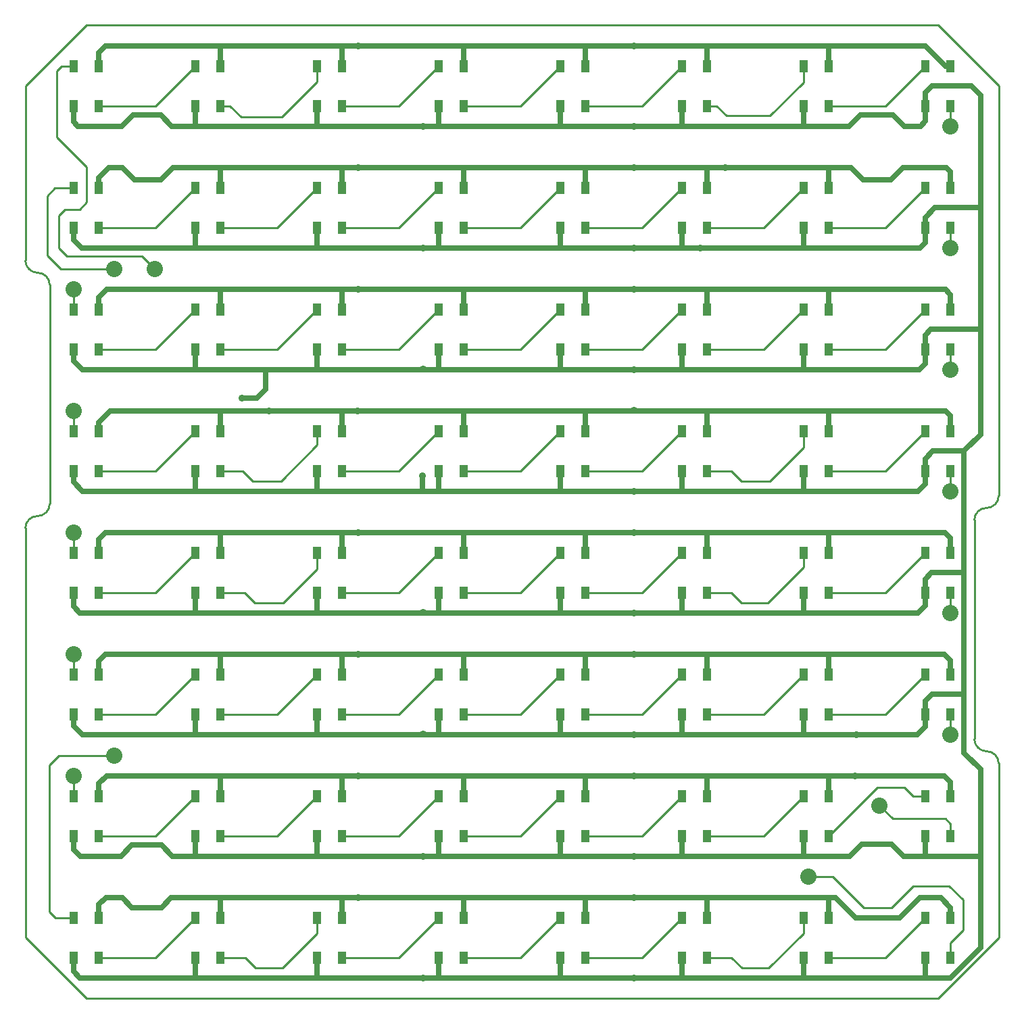
<source format=gtl>
G04 #@! TF.FileFunction,Copper,L1,Top,Signal*
%FSLAX46Y46*%
G04 Gerber Fmt 4.6, Leading zero omitted, Abs format (unit mm)*
G04 Created by KiCad (PCBNEW 0.201503311001+5559~22~ubuntu14.10.1-product) date Sunday 05 April 2015 05:24:30 PM IST*
%MOMM*%
G01*
G04 APERTURE LIST*
%ADD10C,0.152400*%
%ADD11C,0.254000*%
%ADD12R,1.016000X1.524000*%
%ADD13C,2.032000*%
%ADD14C,0.889000*%
%ADD15C,0.635000*%
G04 APERTURE END LIST*
D10*
D11*
X147320000Y-33020000D02*
X139700000Y-25400000D01*
X147320000Y-139700000D02*
X139700000Y-147320000D01*
X25400000Y-139700000D02*
X33020000Y-147320000D01*
X33020000Y-25400000D02*
X25400000Y-33020000D01*
X147320000Y-117856000D02*
G75*
G03X145796000Y-116332000I-1524000J0D01*
G01*
X144272000Y-114808000D02*
G75*
G03X145796000Y-116332000I1524000J0D01*
G01*
X145796000Y-85852000D02*
G75*
G03X144272000Y-87376000I0J-1524000D01*
G01*
X145796000Y-85852000D02*
G75*
G03X147320000Y-84328000I0J1524000D01*
G01*
X25400000Y-54864000D02*
G75*
G03X26924000Y-56388000I1524000J0D01*
G01*
X28448000Y-57912000D02*
G75*
G03X26924000Y-56388000I-1524000J0D01*
G01*
X26924000Y-86868000D02*
G75*
G03X25400000Y-88392000I0J-1524000D01*
G01*
X26924000Y-86868000D02*
G75*
G03X28448000Y-85344000I0J1524000D01*
G01*
X147320000Y-84328000D02*
X147320000Y-33020000D01*
X147320000Y-117856000D02*
X147320000Y-139700000D01*
X25400000Y-88392000D02*
X25400000Y-139700000D01*
X25400000Y-54864000D02*
X25400000Y-33020000D01*
X144272000Y-101092000D02*
X144272000Y-114808000D01*
X144272000Y-101092000D02*
X144272000Y-87376000D01*
X28448000Y-71628000D02*
X28448000Y-85344000D01*
X28448000Y-71628000D02*
X28448000Y-57912000D01*
X139700000Y-147320000D02*
X33020000Y-147320000D01*
X33020000Y-25400000D02*
X139700000Y-25400000D01*
D12*
X34607500Y-137223500D03*
X31432500Y-137223500D03*
X31432500Y-142176500D03*
X34607500Y-142176500D03*
X141287500Y-30543500D03*
X138112500Y-30543500D03*
X138112500Y-35496500D03*
X141287500Y-35496500D03*
X49847500Y-137223500D03*
X46672500Y-137223500D03*
X46672500Y-142176500D03*
X49847500Y-142176500D03*
X65087500Y-137223500D03*
X61912500Y-137223500D03*
X61912500Y-142176500D03*
X65087500Y-142176500D03*
X80327500Y-137223500D03*
X77152500Y-137223500D03*
X77152500Y-142176500D03*
X80327500Y-142176500D03*
X95567500Y-137223500D03*
X92392500Y-137223500D03*
X92392500Y-142176500D03*
X95567500Y-142176500D03*
X110807500Y-137223500D03*
X107632500Y-137223500D03*
X107632500Y-142176500D03*
X110807500Y-142176500D03*
X126047500Y-137223500D03*
X122872500Y-137223500D03*
X122872500Y-142176500D03*
X126047500Y-142176500D03*
X141287500Y-137223500D03*
X138112500Y-137223500D03*
X138112500Y-142176500D03*
X141287500Y-142176500D03*
X34607500Y-121983500D03*
X31432500Y-121983500D03*
X31432500Y-126936500D03*
X34607500Y-126936500D03*
X49847500Y-121983500D03*
X46672500Y-121983500D03*
X46672500Y-126936500D03*
X49847500Y-126936500D03*
X65087500Y-121983500D03*
X61912500Y-121983500D03*
X61912500Y-126936500D03*
X65087500Y-126936500D03*
X80327500Y-121983500D03*
X77152500Y-121983500D03*
X77152500Y-126936500D03*
X80327500Y-126936500D03*
X95567500Y-121983500D03*
X92392500Y-121983500D03*
X92392500Y-126936500D03*
X95567500Y-126936500D03*
X110807500Y-121983500D03*
X107632500Y-121983500D03*
X107632500Y-126936500D03*
X110807500Y-126936500D03*
X126047500Y-121983500D03*
X122872500Y-121983500D03*
X122872500Y-126936500D03*
X126047500Y-126936500D03*
X141287500Y-121983500D03*
X138112500Y-121983500D03*
X138112500Y-126936500D03*
X141287500Y-126936500D03*
X34607500Y-106743500D03*
X31432500Y-106743500D03*
X31432500Y-111696500D03*
X34607500Y-111696500D03*
X49847500Y-106743500D03*
X46672500Y-106743500D03*
X46672500Y-111696500D03*
X49847500Y-111696500D03*
X65087500Y-106743500D03*
X61912500Y-106743500D03*
X61912500Y-111696500D03*
X65087500Y-111696500D03*
X80327500Y-106743500D03*
X77152500Y-106743500D03*
X77152500Y-111696500D03*
X80327500Y-111696500D03*
X95567500Y-106743500D03*
X92392500Y-106743500D03*
X92392500Y-111696500D03*
X95567500Y-111696500D03*
X110807500Y-106743500D03*
X107632500Y-106743500D03*
X107632500Y-111696500D03*
X110807500Y-111696500D03*
X126047500Y-106743500D03*
X122872500Y-106743500D03*
X122872500Y-111696500D03*
X126047500Y-111696500D03*
X141287500Y-106743500D03*
X138112500Y-106743500D03*
X138112500Y-111696500D03*
X141287500Y-111696500D03*
X34607500Y-91503500D03*
X31432500Y-91503500D03*
X31432500Y-96456500D03*
X34607500Y-96456500D03*
X49847500Y-91503500D03*
X46672500Y-91503500D03*
X46672500Y-96456500D03*
X49847500Y-96456500D03*
X65087500Y-91503500D03*
X61912500Y-91503500D03*
X61912500Y-96456500D03*
X65087500Y-96456500D03*
X80327500Y-91503500D03*
X77152500Y-91503500D03*
X77152500Y-96456500D03*
X80327500Y-96456500D03*
X95567500Y-91503500D03*
X92392500Y-91503500D03*
X92392500Y-96456500D03*
X95567500Y-96456500D03*
X110807500Y-91503500D03*
X107632500Y-91503500D03*
X107632500Y-96456500D03*
X110807500Y-96456500D03*
X126047500Y-91503500D03*
X122872500Y-91503500D03*
X122872500Y-96456500D03*
X126047500Y-96456500D03*
X141287500Y-91503500D03*
X138112500Y-91503500D03*
X138112500Y-96456500D03*
X141287500Y-96456500D03*
X34607500Y-76263500D03*
X31432500Y-76263500D03*
X31432500Y-81216500D03*
X34607500Y-81216500D03*
X49847500Y-76263500D03*
X46672500Y-76263500D03*
X46672500Y-81216500D03*
X49847500Y-81216500D03*
X65087500Y-76263500D03*
X61912500Y-76263500D03*
X61912500Y-81216500D03*
X65087500Y-81216500D03*
X80327500Y-76263500D03*
X77152500Y-76263500D03*
X77152500Y-81216500D03*
X80327500Y-81216500D03*
X95567500Y-76263500D03*
X92392500Y-76263500D03*
X92392500Y-81216500D03*
X95567500Y-81216500D03*
X110807500Y-76263500D03*
X107632500Y-76263500D03*
X107632500Y-81216500D03*
X110807500Y-81216500D03*
X126047500Y-76263500D03*
X122872500Y-76263500D03*
X122872500Y-81216500D03*
X126047500Y-81216500D03*
X141287500Y-76263500D03*
X138112500Y-76263500D03*
X138112500Y-81216500D03*
X141287500Y-81216500D03*
X34607500Y-61023500D03*
X31432500Y-61023500D03*
X31432500Y-65976500D03*
X34607500Y-65976500D03*
X49847500Y-61023500D03*
X46672500Y-61023500D03*
X46672500Y-65976500D03*
X49847500Y-65976500D03*
X65087500Y-61023500D03*
X61912500Y-61023500D03*
X61912500Y-65976500D03*
X65087500Y-65976500D03*
X80327500Y-61023500D03*
X77152500Y-61023500D03*
X77152500Y-65976500D03*
X80327500Y-65976500D03*
X95567500Y-61023500D03*
X92392500Y-61023500D03*
X92392500Y-65976500D03*
X95567500Y-65976500D03*
X110807500Y-61023500D03*
X107632500Y-61023500D03*
X107632500Y-65976500D03*
X110807500Y-65976500D03*
X126047500Y-61023500D03*
X122872500Y-61023500D03*
X122872500Y-65976500D03*
X126047500Y-65976500D03*
X141287500Y-61023500D03*
X138112500Y-61023500D03*
X138112500Y-65976500D03*
X141287500Y-65976500D03*
X34607500Y-45783500D03*
X31432500Y-45783500D03*
X31432500Y-50736500D03*
X34607500Y-50736500D03*
X49847500Y-45783500D03*
X46672500Y-45783500D03*
X46672500Y-50736500D03*
X49847500Y-50736500D03*
X65087500Y-45783500D03*
X61912500Y-45783500D03*
X61912500Y-50736500D03*
X65087500Y-50736500D03*
X80327500Y-45783500D03*
X77152500Y-45783500D03*
X77152500Y-50736500D03*
X80327500Y-50736500D03*
X95567500Y-45783500D03*
X92392500Y-45783500D03*
X92392500Y-50736500D03*
X95567500Y-50736500D03*
X110807500Y-45783500D03*
X107632500Y-45783500D03*
X107632500Y-50736500D03*
X110807500Y-50736500D03*
X126047500Y-45783500D03*
X122872500Y-45783500D03*
X122872500Y-50736500D03*
X126047500Y-50736500D03*
X141287500Y-45783500D03*
X138112500Y-45783500D03*
X138112500Y-50736500D03*
X141287500Y-50736500D03*
X34607500Y-30543500D03*
X31432500Y-30543500D03*
X31432500Y-35496500D03*
X34607500Y-35496500D03*
X49847500Y-30543500D03*
X46672500Y-30543500D03*
X46672500Y-35496500D03*
X49847500Y-35496500D03*
X65087500Y-30543500D03*
X61912500Y-30543500D03*
X61912500Y-35496500D03*
X65087500Y-35496500D03*
X80327500Y-30543500D03*
X77152500Y-30543500D03*
X77152500Y-35496500D03*
X80327500Y-35496500D03*
X95567500Y-30543500D03*
X92392500Y-30543500D03*
X92392500Y-35496500D03*
X95567500Y-35496500D03*
X110807500Y-30543500D03*
X107632500Y-30543500D03*
X107632500Y-35496500D03*
X110807500Y-35496500D03*
X126047500Y-30543500D03*
X122872500Y-30543500D03*
X122872500Y-35496500D03*
X126047500Y-35496500D03*
D13*
X36512500Y-116903500D03*
X123507500Y-132016500D03*
X31432500Y-119443500D03*
X132397500Y-123126500D03*
X31432500Y-104203500D03*
X141287500Y-114236500D03*
X31432500Y-88963500D03*
X141287500Y-98996500D03*
X31432500Y-73723500D03*
X141300200Y-83769200D03*
X31432500Y-58483500D03*
X141287500Y-68516500D03*
X36512500Y-55943500D03*
X141287500Y-53276500D03*
X41592500Y-55943500D03*
X141287500Y-38036500D03*
D14*
X52565300Y-72072500D03*
X75184000Y-144729200D03*
X75184000Y-129489200D03*
X75184000Y-114198400D03*
X75184000Y-98958400D03*
X75184000Y-68478400D03*
X75184000Y-53289200D03*
X75184000Y-38049200D03*
X109931200Y-53289200D03*
X75171300Y-81813400D03*
X101600000Y-38049200D03*
X101600000Y-53289200D03*
X101600000Y-68529200D03*
X101600000Y-83769200D03*
X101600000Y-99009200D03*
X101600000Y-114249200D03*
X101600000Y-129489200D03*
X101600000Y-144729200D03*
X129476500Y-114236500D03*
X113030000Y-43230800D03*
X55943500Y-73723500D03*
X129362200Y-119443500D03*
X67056000Y-134670800D03*
X67056000Y-119430800D03*
X67056000Y-104190800D03*
X67056000Y-88950800D03*
X67056000Y-58470800D03*
X67056000Y-43230800D03*
X67056000Y-27990800D03*
X67043300Y-73723500D03*
X101600000Y-27990800D03*
X101600000Y-43230800D03*
X101600000Y-58470800D03*
X101650800Y-73660000D03*
X101600000Y-88950800D03*
X101600000Y-104190800D03*
X101600000Y-119430800D03*
X101600000Y-134670800D03*
D11*
X41719500Y-142176500D02*
X46672500Y-137223500D01*
X34607500Y-142176500D02*
X41719500Y-142176500D01*
X52920900Y-142176500D02*
X54203600Y-143459200D01*
X54203600Y-143459200D02*
X57632600Y-143459200D01*
X57632600Y-143459200D02*
X61912500Y-139179300D01*
X61912500Y-139179300D02*
X61912500Y-137223500D01*
X49847500Y-142176500D02*
X52920900Y-142176500D01*
X72199500Y-142176500D02*
X77152500Y-137223500D01*
X65087500Y-142176500D02*
X72199500Y-142176500D01*
X87439500Y-142176500D02*
X92392500Y-137223500D01*
X80327500Y-142176500D02*
X87439500Y-142176500D01*
X102679500Y-142176500D02*
X107632500Y-137223500D01*
X95567500Y-142176500D02*
X102679500Y-142176500D01*
X113868200Y-142176500D02*
X115201700Y-143510000D01*
X115201700Y-143510000D02*
X118516400Y-143510000D01*
X118516400Y-143510000D02*
X122872500Y-139153900D01*
X122872500Y-139153900D02*
X122872500Y-137223500D01*
X110807500Y-142176500D02*
X113868200Y-142176500D01*
X133159500Y-142176500D02*
X138112500Y-137223500D01*
X126047500Y-142176500D02*
X133159500Y-142176500D01*
X31432500Y-137223500D02*
X31432500Y-136588500D01*
X29578300Y-116903500D02*
X28397200Y-118084600D01*
X36512500Y-116903500D02*
X29578300Y-116903500D01*
X28397200Y-136461500D02*
X29159200Y-137223500D01*
X29159200Y-137223500D02*
X31432500Y-137223500D01*
X28397200Y-118084600D02*
X28397200Y-136461500D01*
X41719500Y-126936500D02*
X46672500Y-121983500D01*
X34607500Y-126936500D02*
X41719500Y-126936500D01*
X56959500Y-126936500D02*
X61912500Y-121983500D01*
X49847500Y-126936500D02*
X56959500Y-126936500D01*
X72199500Y-126936500D02*
X77152500Y-121983500D01*
X65087500Y-126936500D02*
X72199500Y-126936500D01*
X87439500Y-126936500D02*
X92392500Y-121983500D01*
X80327500Y-126936500D02*
X87439500Y-126936500D01*
X102679500Y-126936500D02*
X107632500Y-121983500D01*
X95567500Y-126936500D02*
X102679500Y-126936500D01*
X117919500Y-126936500D02*
X122872500Y-121983500D01*
X110807500Y-126936500D02*
X117919500Y-126936500D01*
X136588500Y-121983500D02*
X135509000Y-120904000D01*
X135509000Y-120904000D02*
X132080000Y-120904000D01*
X132080000Y-120904000D02*
X126047500Y-126936500D01*
X138112500Y-121983500D02*
X136588500Y-121983500D01*
X141097000Y-133223000D02*
X142839440Y-134965440D01*
X136588500Y-133223000D02*
X141097000Y-133223000D01*
X133858000Y-135953500D02*
X136588500Y-133223000D01*
X130429000Y-135953500D02*
X133858000Y-135953500D01*
X141287500Y-142176500D02*
X141287500Y-140312140D01*
X141287500Y-140312140D02*
X142839440Y-138760200D01*
X142839440Y-138760200D02*
X142839440Y-134965440D01*
X126492000Y-132016500D02*
X130429000Y-135953500D01*
X123507500Y-132016500D02*
X126492000Y-132016500D01*
X31432500Y-121348500D02*
X31432500Y-119443500D01*
X31432500Y-121983500D02*
X31432500Y-121348500D01*
X41719500Y-111696500D02*
X46672500Y-106743500D01*
X34607500Y-111696500D02*
X41719500Y-111696500D01*
X56959500Y-111696500D02*
X61912500Y-106743500D01*
X49847500Y-111696500D02*
X56959500Y-111696500D01*
X72199500Y-111696500D02*
X77152500Y-106743500D01*
X65087500Y-111696500D02*
X72199500Y-111696500D01*
X87439500Y-111696500D02*
X92392500Y-106743500D01*
X80327500Y-111696500D02*
X87439500Y-111696500D01*
X102679500Y-111696500D02*
X107632500Y-106743500D01*
X95567500Y-111696500D02*
X102679500Y-111696500D01*
X117919500Y-111696500D02*
X122872500Y-106743500D01*
X110807500Y-111696500D02*
X117919500Y-111696500D01*
X133159500Y-111696500D02*
X138112500Y-106743500D01*
X126047500Y-111696500D02*
X133159500Y-111696500D01*
X141287500Y-126936500D02*
X141287500Y-125412500D01*
X134048500Y-124777500D02*
X132397500Y-123126500D01*
X140652500Y-124777500D02*
X134048500Y-124777500D01*
X141287500Y-125412500D02*
X140652500Y-124777500D01*
X31432500Y-106108500D02*
X31432500Y-104203500D01*
X31432500Y-106743500D02*
X31432500Y-106108500D01*
X141287500Y-114236500D02*
X141287500Y-111696500D01*
X31432500Y-90868500D02*
X31432500Y-88963500D01*
X31432500Y-91503500D02*
X31432500Y-90868500D01*
X41719500Y-96456500D02*
X46672500Y-91503500D01*
X34607500Y-96456500D02*
X41719500Y-96456500D01*
X52870100Y-96456500D02*
X54152800Y-97739200D01*
X54152800Y-97739200D02*
X57708800Y-97739200D01*
X57708800Y-97739200D02*
X61912500Y-93535500D01*
X61912500Y-93535500D02*
X61912500Y-91503500D01*
X49847500Y-96456500D02*
X52870100Y-96456500D01*
X72199500Y-96456500D02*
X77152500Y-91503500D01*
X65087500Y-96456500D02*
X72199500Y-96456500D01*
X87439500Y-96456500D02*
X92392500Y-91503500D01*
X80327500Y-96456500D02*
X87439500Y-96456500D01*
X102679500Y-96456500D02*
X107632500Y-91503500D01*
X95567500Y-96456500D02*
X102679500Y-96456500D01*
X113842800Y-96456500D02*
X115125500Y-97739200D01*
X115125500Y-97739200D02*
X118440200Y-97739200D01*
X118440200Y-97739200D02*
X122872500Y-93306900D01*
X122872500Y-93306900D02*
X122872500Y-91503500D01*
X110807500Y-96456500D02*
X113842800Y-96456500D01*
X133159500Y-96456500D02*
X138112500Y-91503500D01*
X126047500Y-96456500D02*
X133159500Y-96456500D01*
X141287500Y-98996500D02*
X141287500Y-96456500D01*
X31432500Y-75628500D02*
X31432500Y-73723500D01*
X31432500Y-76263500D02*
X31432500Y-75628500D01*
X41719500Y-81216500D02*
X46672500Y-76263500D01*
X34607500Y-81216500D02*
X41719500Y-81216500D01*
X52603400Y-81216500D02*
X53860700Y-82473800D01*
X53860700Y-82473800D02*
X57416700Y-82473800D01*
X57416700Y-82473800D02*
X61912500Y-77978000D01*
X61912500Y-77978000D02*
X61912500Y-76263500D01*
X49847500Y-81216500D02*
X52603400Y-81216500D01*
X72199500Y-81216500D02*
X77152500Y-76263500D01*
X65087500Y-81216500D02*
X72199500Y-81216500D01*
X87439500Y-81216500D02*
X92392500Y-76263500D01*
X80327500Y-81216500D02*
X87439500Y-81216500D01*
X102679500Y-81216500D02*
X107632500Y-76263500D01*
X95567500Y-81216500D02*
X102679500Y-81216500D01*
X113804700Y-81216500D02*
X115112800Y-82524600D01*
X115112800Y-82524600D02*
X118668800Y-82524600D01*
X118668800Y-82524600D02*
X122872500Y-78320900D01*
X122872500Y-78320900D02*
X122872500Y-76263500D01*
X110807500Y-81216500D02*
X113804700Y-81216500D01*
X133159500Y-81216500D02*
X138112500Y-76263500D01*
X126047500Y-81216500D02*
X133159500Y-81216500D01*
X141287500Y-83756500D02*
X141287500Y-81216500D01*
X141300200Y-83769200D02*
X141287500Y-83756500D01*
X31432500Y-60388500D02*
X31432500Y-58483500D01*
X31432500Y-61023500D02*
X31432500Y-60388500D01*
X41719500Y-65976500D02*
X46672500Y-61023500D01*
X34607500Y-65976500D02*
X41719500Y-65976500D01*
X56959500Y-65976500D02*
X61912500Y-61023500D01*
X49847500Y-65976500D02*
X56959500Y-65976500D01*
X72199500Y-65976500D02*
X77152500Y-61023500D01*
X65087500Y-65976500D02*
X72199500Y-65976500D01*
X87439500Y-65976500D02*
X92392500Y-61023500D01*
X80327500Y-65976500D02*
X87439500Y-65976500D01*
X102679500Y-65976500D02*
X107632500Y-61023500D01*
X95567500Y-65976500D02*
X102679500Y-65976500D01*
X117919500Y-65976500D02*
X122872500Y-61023500D01*
X110807500Y-65976500D02*
X117919500Y-65976500D01*
X133159500Y-65976500D02*
X138112500Y-61023500D01*
X126047500Y-65976500D02*
X133159500Y-65976500D01*
X141287500Y-68516500D02*
X141287500Y-65976500D01*
X31432500Y-45783500D02*
X31432500Y-45148500D01*
X36512500Y-55943500D02*
X29857700Y-55943500D01*
X29857700Y-55943500D02*
X28117800Y-54203600D01*
X28117800Y-54203600D02*
X28117800Y-46761400D01*
X28117800Y-46761400D02*
X29095700Y-45783500D01*
X29095700Y-45783500D02*
X31432500Y-45783500D01*
X41719500Y-50736500D02*
X46672500Y-45783500D01*
X34607500Y-50736500D02*
X41719500Y-50736500D01*
X56959500Y-50736500D02*
X61912500Y-45783500D01*
X49847500Y-50736500D02*
X56959500Y-50736500D01*
X72199500Y-50736500D02*
X77152500Y-45783500D01*
X65087500Y-50736500D02*
X72199500Y-50736500D01*
X87439500Y-50736500D02*
X92392500Y-45783500D01*
X80327500Y-50736500D02*
X87439500Y-50736500D01*
X102679500Y-50736500D02*
X107632500Y-45783500D01*
X95567500Y-50736500D02*
X102679500Y-50736500D01*
X117919500Y-50736500D02*
X122872500Y-45783500D01*
X110807500Y-50736500D02*
X117919500Y-50736500D01*
X133159500Y-50736500D02*
X138112500Y-45783500D01*
X126047500Y-50736500D02*
X133159500Y-50736500D01*
X141287500Y-53276500D02*
X141287500Y-50736500D01*
X31432500Y-30543500D02*
X31432500Y-29908500D01*
X29324300Y-31153100D02*
X29933900Y-30543500D01*
X29324300Y-39433500D02*
X29324300Y-31153100D01*
X33070800Y-43180000D02*
X29324300Y-39433500D01*
X33070800Y-47548800D02*
X33070800Y-43180000D01*
X32181800Y-48437800D02*
X33070800Y-47548800D01*
X30378400Y-48437800D02*
X32181800Y-48437800D01*
X29603700Y-49212500D02*
X30378400Y-48437800D01*
X29603700Y-53340000D02*
X29603700Y-49212500D01*
X30607000Y-54343300D02*
X29603700Y-53340000D01*
X29933900Y-30543500D02*
X31432500Y-30543500D01*
X39992300Y-54343300D02*
X41592500Y-55943500D01*
X30607000Y-54343300D02*
X39992300Y-54343300D01*
X141287500Y-35496500D02*
X141287500Y-38036500D01*
X34607500Y-35496500D02*
X41719500Y-35496500D01*
X41719500Y-35496500D02*
X46672500Y-30543500D01*
X49847500Y-35496500D02*
X51041300Y-35496500D01*
X61912500Y-32499300D02*
X61912500Y-30543500D01*
X57531000Y-36880800D02*
X61912500Y-32499300D01*
X52425600Y-36880800D02*
X57531000Y-36880800D01*
X51041300Y-35496500D02*
X52425600Y-36880800D01*
X65087500Y-35496500D02*
X72199500Y-35496500D01*
X72199500Y-35496500D02*
X77152500Y-30543500D01*
X80327500Y-35496500D02*
X87439500Y-35496500D01*
X87439500Y-35496500D02*
X92392500Y-30543500D01*
X95567500Y-35496500D02*
X102679500Y-35496500D01*
X102679500Y-35496500D02*
X107632500Y-30543500D01*
X110807500Y-35496500D02*
X111963200Y-35496500D01*
X122872500Y-32537400D02*
X122872500Y-30543500D01*
X118681500Y-36728400D02*
X122872500Y-32537400D01*
X113195100Y-36728400D02*
X118681500Y-36728400D01*
X111963200Y-35496500D02*
X113195100Y-36728400D01*
X126047500Y-35496500D02*
X133159500Y-35496500D01*
X133159500Y-35496500D02*
X138112500Y-30543500D01*
D15*
X52565300Y-72072500D02*
X54427500Y-72072500D01*
X55500000Y-71000000D02*
X55500000Y-68516500D01*
X54427500Y-72072500D02*
X55500000Y-71000000D01*
X77152500Y-50736500D02*
X77152500Y-53276500D01*
X122872500Y-35496500D02*
X122872500Y-38036500D01*
X107632500Y-35496500D02*
X107632500Y-38036500D01*
X92392500Y-35496500D02*
X92392500Y-38036500D01*
X77152500Y-35496500D02*
X77152500Y-38036500D01*
X61912500Y-35496500D02*
X61912500Y-38036500D01*
X46672500Y-35496500D02*
X46672500Y-38036500D01*
X31432500Y-35496500D02*
X31432500Y-37477700D01*
X138112500Y-37426900D02*
X138112500Y-35496500D01*
X137502900Y-38036500D02*
X138112500Y-37426900D01*
X135496300Y-38036500D02*
X137502900Y-38036500D01*
X134073900Y-36614100D02*
X135496300Y-38036500D01*
X130009900Y-36614100D02*
X134073900Y-36614100D01*
X128587500Y-38036500D02*
X130009900Y-36614100D01*
X43726100Y-38036500D02*
X46672500Y-38036500D01*
X46672500Y-38036500D02*
X61912500Y-38036500D01*
X75184000Y-38036500D02*
X77152500Y-38036500D01*
X61912500Y-38036500D02*
X75184000Y-38036500D01*
X77152500Y-38036500D02*
X92392500Y-38036500D01*
X101600000Y-38036500D02*
X107632500Y-38036500D01*
X92392500Y-38036500D02*
X101600000Y-38036500D01*
X107632500Y-38036500D02*
X122872500Y-38036500D01*
X122872500Y-38036500D02*
X128587500Y-38036500D01*
X42329100Y-36639500D02*
X43726100Y-38036500D01*
X38874700Y-36639500D02*
X42329100Y-36639500D01*
X37477700Y-38036500D02*
X38874700Y-36639500D01*
X31991300Y-38036500D02*
X37477700Y-38036500D01*
X31432500Y-37477700D02*
X31991300Y-38036500D01*
X145034000Y-63500000D02*
X145034000Y-76657200D01*
X142951200Y-93980000D02*
X142951200Y-78740000D01*
X142951200Y-93980000D02*
X142951200Y-109220000D01*
X31432500Y-52260500D02*
X32448500Y-53276500D01*
X122872500Y-53276500D02*
X137490200Y-53276500D01*
X109931200Y-53276500D02*
X122872500Y-53276500D01*
X107632500Y-53276500D02*
X109931200Y-53276500D01*
X101600000Y-53276500D02*
X107632500Y-53276500D01*
X92392500Y-53276500D02*
X101600000Y-53276500D01*
X75184000Y-53276500D02*
X77152500Y-53276500D01*
X77152500Y-53276500D02*
X92392500Y-53276500D01*
X61912500Y-53276500D02*
X75184000Y-53276500D01*
X46672500Y-53276500D02*
X61912500Y-53276500D01*
X32448500Y-53276500D02*
X46672500Y-53276500D01*
X137490200Y-53276500D02*
X138112500Y-52654200D01*
X138112500Y-52654200D02*
X138112500Y-50736500D01*
X31432500Y-50736500D02*
X31432500Y-52260500D01*
X122872500Y-53276500D02*
X122872500Y-50736500D01*
X107632500Y-53276500D02*
X107632500Y-50736500D01*
X92392500Y-53276500D02*
X92392500Y-50736500D01*
X61912500Y-53276500D02*
X61912500Y-50736500D01*
X46672500Y-53276500D02*
X46672500Y-50736500D01*
X145034000Y-48260000D02*
X145034000Y-63500000D01*
X145034000Y-34163000D02*
X145034000Y-48260000D01*
X138112500Y-49491900D02*
X139344400Y-48260000D01*
X139344400Y-48260000D02*
X145034000Y-48260000D01*
X138112500Y-50736500D02*
X138112500Y-49491900D01*
X138112500Y-33870900D02*
X138963400Y-33020000D01*
X138963400Y-33020000D02*
X143891000Y-33020000D01*
X143891000Y-33020000D02*
X145034000Y-34163000D01*
X138112500Y-35496500D02*
X138112500Y-33870900D01*
X31432500Y-67411600D02*
X32537400Y-68516500D01*
X122872500Y-68516500D02*
X137401300Y-68516500D01*
X107632500Y-68516500D02*
X122872500Y-68516500D01*
X101600000Y-68516500D02*
X107632500Y-68516500D01*
X92392500Y-68516500D02*
X101600000Y-68516500D01*
X77152500Y-68516500D02*
X92392500Y-68516500D01*
X75184000Y-68516500D02*
X77152500Y-68516500D01*
X61912500Y-68516500D02*
X75184000Y-68516500D01*
X46672500Y-68516500D02*
X55500000Y-68516500D01*
X55500000Y-68516500D02*
X61912500Y-68516500D01*
X32537400Y-68516500D02*
X46672500Y-68516500D01*
X137401300Y-68516500D02*
X138112500Y-67805300D01*
X138112500Y-67805300D02*
X138112500Y-65976500D01*
X31432500Y-65976500D02*
X31432500Y-67411600D01*
X138112500Y-64223900D02*
X138836400Y-63500000D01*
X138836400Y-63500000D02*
X145034000Y-63500000D01*
X138112500Y-65976500D02*
X138112500Y-64223900D01*
X122872500Y-68516500D02*
X122872500Y-65976500D01*
X107632500Y-68516500D02*
X107632500Y-65976500D01*
X92392500Y-68516500D02*
X92392500Y-65976500D01*
X77152500Y-68516500D02*
X77152500Y-65976500D01*
X61912500Y-68516500D02*
X61912500Y-65976500D01*
X46672500Y-68516500D02*
X46672500Y-65976500D01*
X31432500Y-82626200D02*
X32562800Y-83756500D01*
X122872500Y-83756500D02*
X137236200Y-83756500D01*
X107632500Y-83756500D02*
X122872500Y-83756500D01*
X101600000Y-83756500D02*
X107632500Y-83756500D01*
X92392500Y-83756500D02*
X101600000Y-83756500D01*
X77152500Y-83756500D02*
X92392500Y-83756500D01*
X75171300Y-83756500D02*
X77152500Y-83756500D01*
X61912500Y-83756500D02*
X75171300Y-83756500D01*
X46672500Y-83756500D02*
X61912500Y-83756500D01*
X32562800Y-83756500D02*
X46672500Y-83756500D01*
X137236200Y-83756500D02*
X138112500Y-82880200D01*
X138112500Y-82880200D02*
X138112500Y-81216500D01*
X31432500Y-81216500D02*
X31432500Y-82626200D01*
X139065000Y-78740000D02*
X142951200Y-78740000D01*
X138112500Y-79692500D02*
X139065000Y-78740000D01*
X138112500Y-81216500D02*
X138112500Y-79692500D01*
X122872500Y-83756500D02*
X122872500Y-81216500D01*
X107632500Y-83756500D02*
X107632500Y-81216500D01*
X92392500Y-83756500D02*
X92392500Y-81216500D01*
X77152500Y-83756500D02*
X77152500Y-81216500D01*
X61912500Y-83756500D02*
X61912500Y-81216500D01*
X46672500Y-83756500D02*
X46672500Y-81216500D01*
X31432500Y-98196400D02*
X32232600Y-98996500D01*
X122872500Y-98996500D02*
X137223500Y-98996500D01*
X107632500Y-98996500D02*
X122872500Y-98996500D01*
X101600000Y-98996500D02*
X107632500Y-98996500D01*
X92392500Y-98996500D02*
X101600000Y-98996500D01*
X77152500Y-98996500D02*
X92392500Y-98996500D01*
X75184000Y-98996500D02*
X77152500Y-98996500D01*
X61912500Y-98996500D02*
X75184000Y-98996500D01*
X46672500Y-98996500D02*
X61912500Y-98996500D01*
X32232600Y-98996500D02*
X46672500Y-98996500D01*
X137223500Y-98996500D02*
X138112500Y-98107500D01*
X138112500Y-98107500D02*
X138112500Y-96456500D01*
X31432500Y-96456500D02*
X31432500Y-98196400D01*
X138112500Y-94780100D02*
X138912600Y-93980000D01*
X138912600Y-93980000D02*
X142951200Y-93980000D01*
X138112500Y-96456500D02*
X138112500Y-94780100D01*
X122872500Y-98996500D02*
X122872500Y-96456500D01*
X107632500Y-98996500D02*
X107632500Y-96456500D01*
X92392500Y-98996500D02*
X92392500Y-96456500D01*
X77152500Y-98996500D02*
X77152500Y-96456500D01*
X61912500Y-98996500D02*
X61912500Y-96456500D01*
X46672500Y-98996500D02*
X46672500Y-96456500D01*
X31432500Y-113157000D02*
X32512000Y-114236500D01*
X107632500Y-114236500D02*
X122872500Y-114236500D01*
X101600000Y-114236500D02*
X107632500Y-114236500D01*
X92392500Y-114236500D02*
X101600000Y-114236500D01*
X77152500Y-114236500D02*
X92392500Y-114236500D01*
X75184000Y-114236500D02*
X77152500Y-114236500D01*
X61912500Y-114236500D02*
X75184000Y-114236500D01*
X46672500Y-114236500D02*
X61912500Y-114236500D01*
X32512000Y-114236500D02*
X46672500Y-114236500D01*
X31432500Y-111696500D02*
X31432500Y-113157000D01*
X138938000Y-109220000D02*
X142951200Y-109220000D01*
X138112500Y-110045500D02*
X138938000Y-109220000D01*
X138112500Y-111696500D02*
X138112500Y-110045500D01*
X122872500Y-114236500D02*
X122872500Y-111696500D01*
X107632500Y-114236500D02*
X107632500Y-111696500D01*
X92392500Y-114236500D02*
X92392500Y-111696500D01*
X77152500Y-114236500D02*
X77152500Y-111696500D01*
X61912500Y-114236500D02*
X61912500Y-111696500D01*
X46672500Y-114236500D02*
X46672500Y-111696500D01*
X31432500Y-128651000D02*
X32258000Y-129476500D01*
X32258000Y-129476500D02*
X37338000Y-129476500D01*
X37338000Y-129476500D02*
X38735000Y-128079500D01*
X38735000Y-128079500D02*
X42418000Y-128079500D01*
X42418000Y-128079500D02*
X43815000Y-129476500D01*
X107632500Y-129476500D02*
X122872500Y-129476500D01*
X101600000Y-129476500D02*
X107632500Y-129476500D01*
X92392500Y-129476500D02*
X101600000Y-129476500D01*
X77152500Y-129476500D02*
X92392500Y-129476500D01*
X75184000Y-129476500D02*
X77152500Y-129476500D01*
X61912500Y-129476500D02*
X75184000Y-129476500D01*
X46672500Y-129476500D02*
X61912500Y-129476500D01*
X43815000Y-129476500D02*
X46672500Y-129476500D01*
X31432500Y-126936500D02*
X31432500Y-128651000D01*
X122872500Y-129476500D02*
X122872500Y-126936500D01*
X107632500Y-129476500D02*
X107632500Y-126936500D01*
X92392500Y-129476500D02*
X92392500Y-126936500D01*
X77152500Y-129476500D02*
X77152500Y-126936500D01*
X61912500Y-129476500D02*
X61912500Y-126936500D01*
X46672500Y-129476500D02*
X46672500Y-126936500D01*
X31432500Y-143903700D02*
X32245300Y-144716500D01*
X107632500Y-144716500D02*
X122872500Y-144716500D01*
X101600000Y-144716500D02*
X107632500Y-144716500D01*
X92392500Y-144716500D02*
X101600000Y-144716500D01*
X77152500Y-144716500D02*
X92392500Y-144716500D01*
X75184000Y-144716500D02*
X77152500Y-144716500D01*
X61912500Y-144716500D02*
X75184000Y-144716500D01*
X46672500Y-144716500D02*
X61912500Y-144716500D01*
X32245300Y-144716500D02*
X46672500Y-144716500D01*
X31432500Y-142176500D02*
X31432500Y-143903700D01*
X122872500Y-144716500D02*
X122872500Y-142176500D01*
X107632500Y-144716500D02*
X107632500Y-142176500D01*
X92392500Y-144716500D02*
X92392500Y-142176500D01*
X77152500Y-144716500D02*
X77152500Y-142176500D01*
X61912500Y-144716500D02*
X61912500Y-142176500D01*
X46672500Y-144716500D02*
X46672500Y-142176500D01*
X75184000Y-144729200D02*
X75184000Y-144716500D01*
X75184000Y-129489200D02*
X75184000Y-129476500D01*
X75184000Y-114198400D02*
X75184000Y-114236500D01*
X75184000Y-98958400D02*
X75184000Y-98996500D01*
X75184000Y-68478400D02*
X75184000Y-68516500D01*
X75184000Y-53289200D02*
X75184000Y-53276500D01*
X75184000Y-38049200D02*
X75184000Y-38036500D01*
X109931200Y-53289200D02*
X109931200Y-53276500D01*
X75171300Y-81813400D02*
X75171300Y-83756500D01*
X101600000Y-38049200D02*
X101600000Y-38036500D01*
X101600000Y-53289200D02*
X101600000Y-53276500D01*
X101600000Y-68529200D02*
X101600000Y-68516500D01*
X101600000Y-83769200D02*
X101600000Y-83756500D01*
X101600000Y-99009200D02*
X101600000Y-98996500D01*
X101600000Y-114249200D02*
X101600000Y-114236500D01*
X101600000Y-129489200D02*
X101600000Y-129476500D01*
X101600000Y-144729200D02*
X101600000Y-144716500D01*
X137096500Y-114236500D02*
X138112500Y-113220500D01*
X129476500Y-114236500D02*
X137096500Y-114236500D01*
X138112500Y-113220500D02*
X138112500Y-111696500D01*
X122872500Y-114236500D02*
X129476500Y-114236500D01*
X128651000Y-129476500D02*
X130175000Y-127952500D01*
X130175000Y-127952500D02*
X133921500Y-127952500D01*
X133921500Y-127952500D02*
X135445500Y-129476500D01*
X122872500Y-129476500D02*
X128651000Y-129476500D01*
X145034000Y-118618000D02*
X142951200Y-116535200D01*
X142951200Y-116535200D02*
X142951200Y-109220000D01*
X145034000Y-129476500D02*
X145034000Y-118618000D01*
X145034000Y-140970000D02*
X145034000Y-129476500D01*
X141287500Y-144716500D02*
X145034000Y-140970000D01*
X138112500Y-144716500D02*
X141287500Y-144716500D01*
X122872500Y-144716500D02*
X138112500Y-144716500D01*
X138112500Y-142176500D02*
X138112500Y-144716500D01*
X138112500Y-129476500D02*
X145034000Y-129476500D01*
X135445500Y-129476500D02*
X138112500Y-129476500D01*
X138112500Y-126936500D02*
X138112500Y-129476500D01*
X145034000Y-76657200D02*
X142951200Y-78740000D01*
X113030000Y-43230800D02*
X113030000Y-43243500D01*
X126047500Y-30543500D02*
X126047500Y-28003500D01*
X110807500Y-30543500D02*
X110807500Y-28003500D01*
X95567500Y-30543500D02*
X95567500Y-28003500D01*
X80327500Y-30543500D02*
X80327500Y-28003500D01*
X65087500Y-30543500D02*
X65087500Y-28003500D01*
X49847500Y-30543500D02*
X49847500Y-28003500D01*
X34607500Y-30543500D02*
X34607500Y-28854400D01*
X140627100Y-30543500D02*
X141287500Y-30543500D01*
X138087100Y-28003500D02*
X140627100Y-30543500D01*
X35458400Y-28003500D02*
X49847500Y-28003500D01*
X49847500Y-28003500D02*
X65087500Y-28003500D01*
X67056000Y-28003500D02*
X80327500Y-28003500D01*
X65087500Y-28003500D02*
X67056000Y-28003500D01*
X80327500Y-28003500D02*
X95567500Y-28003500D01*
X101600000Y-28003500D02*
X110807500Y-28003500D01*
X95567500Y-28003500D02*
X101600000Y-28003500D01*
X110807500Y-28003500D02*
X126047500Y-28003500D01*
X126047500Y-28003500D02*
X138087100Y-28003500D01*
X34607500Y-28854400D02*
X35458400Y-28003500D01*
X140792200Y-43243500D02*
X141287500Y-43738800D01*
X141287500Y-43738800D02*
X141287500Y-45783500D01*
X34607500Y-45783500D02*
X34607500Y-44462700D01*
X133845300Y-44767500D02*
X135369300Y-43243500D01*
X130302000Y-44767500D02*
X133845300Y-44767500D01*
X128778000Y-43243500D02*
X130302000Y-44767500D01*
X49847500Y-43243500D02*
X65087500Y-43243500D01*
X43853100Y-43243500D02*
X49847500Y-43243500D01*
X42329100Y-44767500D02*
X43853100Y-43243500D01*
X39027100Y-44767500D02*
X42329100Y-44767500D01*
X37503100Y-43243500D02*
X39027100Y-44767500D01*
X35826700Y-43243500D02*
X37503100Y-43243500D01*
X34607500Y-44462700D02*
X35826700Y-43243500D01*
X135369300Y-43243500D02*
X140792200Y-43243500D01*
X49847500Y-45783500D02*
X49847500Y-43243500D01*
X67056000Y-43243500D02*
X80327500Y-43243500D01*
X65087500Y-43243500D02*
X67056000Y-43243500D01*
X65087500Y-45783500D02*
X65087500Y-43243500D01*
X80327500Y-43243500D02*
X95567500Y-43243500D01*
X80327500Y-45783500D02*
X80327500Y-43243500D01*
X101600000Y-43243500D02*
X110807500Y-43243500D01*
X95567500Y-43243500D02*
X101600000Y-43243500D01*
X95567500Y-45783500D02*
X95567500Y-43243500D01*
X113030000Y-43243500D02*
X126047500Y-43243500D01*
X110807500Y-43243500D02*
X113030000Y-43243500D01*
X110807500Y-45783500D02*
X110807500Y-43243500D01*
X126047500Y-43243500D02*
X128778000Y-43243500D01*
X126047500Y-43243500D02*
X126047500Y-45783500D01*
X34607500Y-59512200D02*
X35636200Y-58483500D01*
X126047500Y-58483500D02*
X140665200Y-58483500D01*
X110807500Y-58483500D02*
X126047500Y-58483500D01*
X101600000Y-58483500D02*
X110807500Y-58483500D01*
X95567500Y-58483500D02*
X101600000Y-58483500D01*
X80327500Y-58483500D02*
X95567500Y-58483500D01*
X67056000Y-58483500D02*
X80327500Y-58483500D01*
X65087500Y-58483500D02*
X67056000Y-58483500D01*
X49847500Y-58483500D02*
X65087500Y-58483500D01*
X35636200Y-58483500D02*
X49847500Y-58483500D01*
X140665200Y-58483500D02*
X141287500Y-59105800D01*
X141287500Y-59105800D02*
X141287500Y-61023500D01*
X34607500Y-61023500D02*
X34607500Y-59512200D01*
X126047500Y-58483500D02*
X126047500Y-61023500D01*
X110807500Y-58483500D02*
X110807500Y-61023500D01*
X95567500Y-58483500D02*
X95567500Y-61023500D01*
X80327500Y-58483500D02*
X80327500Y-61023500D01*
X65087500Y-58483500D02*
X65087500Y-61023500D01*
X49847500Y-58483500D02*
X49847500Y-61023500D01*
X34607500Y-75120500D02*
X36004500Y-73723500D01*
X126047500Y-73723500D02*
X140703300Y-73723500D01*
X110807500Y-73723500D02*
X126047500Y-73723500D01*
X101650800Y-73723500D02*
X110807500Y-73723500D01*
X95567500Y-73723500D02*
X101650800Y-73723500D01*
X80327500Y-73723500D02*
X95567500Y-73723500D01*
X67043300Y-73723500D02*
X80327500Y-73723500D01*
X65087500Y-73723500D02*
X67043300Y-73723500D01*
X49847500Y-73723500D02*
X55943500Y-73723500D01*
X55943500Y-73723500D02*
X65087500Y-73723500D01*
X36004500Y-73723500D02*
X49847500Y-73723500D01*
X140703300Y-73723500D02*
X141287500Y-74307700D01*
X141287500Y-74307700D02*
X141287500Y-76263500D01*
X34607500Y-76263500D02*
X34607500Y-75120500D01*
X126047500Y-73723500D02*
X126047500Y-76263500D01*
X110807500Y-73723500D02*
X110807500Y-76263500D01*
X95567500Y-73723500D02*
X95567500Y-76263500D01*
X80327500Y-73723500D02*
X80327500Y-76263500D01*
X65087500Y-73723500D02*
X65087500Y-76263500D01*
X49847500Y-73723500D02*
X49847500Y-76263500D01*
X34607500Y-89789000D02*
X35433000Y-88963500D01*
X110807500Y-88963500D02*
X126047500Y-88963500D01*
X101600000Y-88963500D02*
X110807500Y-88963500D01*
X95567500Y-88963500D02*
X101600000Y-88963500D01*
X80327500Y-88963500D02*
X95567500Y-88963500D01*
X67056000Y-88963500D02*
X80327500Y-88963500D01*
X65087500Y-88963500D02*
X67056000Y-88963500D01*
X49847500Y-88963500D02*
X65087500Y-88963500D01*
X35433000Y-88963500D02*
X49847500Y-88963500D01*
X34607500Y-91503500D02*
X34607500Y-89789000D01*
X141287500Y-89649300D02*
X140601700Y-88963500D01*
X140601700Y-88963500D02*
X126047500Y-88963500D01*
X141287500Y-91503500D02*
X141287500Y-89649300D01*
X126047500Y-88963500D02*
X126047500Y-91503500D01*
X110807500Y-88963500D02*
X110807500Y-91503500D01*
X95567500Y-88963500D02*
X95567500Y-91503500D01*
X80327500Y-88963500D02*
X80327500Y-91503500D01*
X65087500Y-88963500D02*
X65087500Y-91503500D01*
X49847500Y-88963500D02*
X49847500Y-91503500D01*
X34607500Y-105029000D02*
X35433000Y-104203500D01*
X126047500Y-104203500D02*
X140525500Y-104203500D01*
X141287500Y-106743500D02*
X141287500Y-104965500D01*
X141287500Y-104965500D02*
X140525500Y-104203500D01*
X110807500Y-104203500D02*
X126047500Y-104203500D01*
X101600000Y-104203500D02*
X110807500Y-104203500D01*
X95567500Y-104203500D02*
X101600000Y-104203500D01*
X80327500Y-104203500D02*
X95567500Y-104203500D01*
X67056000Y-104203500D02*
X80327500Y-104203500D01*
X65087500Y-104203500D02*
X67056000Y-104203500D01*
X49847500Y-104203500D02*
X65087500Y-104203500D01*
X35433000Y-104203500D02*
X49847500Y-104203500D01*
X34607500Y-106743500D02*
X34607500Y-105029000D01*
X126047500Y-104203500D02*
X126047500Y-106743500D01*
X110807500Y-104203500D02*
X110807500Y-106743500D01*
X95567500Y-104203500D02*
X95567500Y-106743500D01*
X80327500Y-104203500D02*
X80327500Y-106743500D01*
X65087500Y-104203500D02*
X65087500Y-106743500D01*
X49847500Y-104203500D02*
X49847500Y-106743500D01*
X34607500Y-120396000D02*
X35560000Y-119443500D01*
X126047500Y-119443500D02*
X129362200Y-119443500D01*
X110807500Y-119443500D02*
X126047500Y-119443500D01*
X101600000Y-119443500D02*
X110807500Y-119443500D01*
X95567500Y-119443500D02*
X101600000Y-119443500D01*
X80327500Y-119443500D02*
X95567500Y-119443500D01*
X67056000Y-119443500D02*
X80327500Y-119443500D01*
X65087500Y-119443500D02*
X67056000Y-119443500D01*
X49847500Y-119443500D02*
X65087500Y-119443500D01*
X35560000Y-119443500D02*
X49847500Y-119443500D01*
X34607500Y-121983500D02*
X34607500Y-120396000D01*
X140525500Y-119443500D02*
X141287500Y-120205500D01*
X141287500Y-120205500D02*
X141287500Y-121983500D01*
X129362200Y-119443500D02*
X140525500Y-119443500D01*
X126047500Y-119443500D02*
X126047500Y-121983500D01*
X110807500Y-119443500D02*
X110807500Y-121983500D01*
X95567500Y-119443500D02*
X95567500Y-121983500D01*
X80327500Y-119443500D02*
X80327500Y-121983500D01*
X65087500Y-119443500D02*
X65087500Y-121983500D01*
X49847500Y-119443500D02*
X49847500Y-121983500D01*
X34620200Y-137210800D02*
X34607500Y-137223500D01*
X34607500Y-137223500D02*
X34607500Y-135547100D01*
X101600000Y-134683500D02*
X110807500Y-134683500D01*
X95567500Y-134683500D02*
X101600000Y-134683500D01*
X80327500Y-134683500D02*
X95567500Y-134683500D01*
X67056000Y-134683500D02*
X80327500Y-134683500D01*
X65087500Y-134683500D02*
X67056000Y-134683500D01*
X49847500Y-134683500D02*
X65087500Y-134683500D01*
X43675300Y-134683500D02*
X49847500Y-134683500D01*
X42418000Y-135940800D02*
X43675300Y-134683500D01*
X38760400Y-135940800D02*
X42418000Y-135940800D01*
X37503100Y-134683500D02*
X38760400Y-135940800D01*
X35471100Y-134683500D02*
X37503100Y-134683500D01*
X34607500Y-135547100D02*
X35471100Y-134683500D01*
X110807500Y-134683500D02*
X110807500Y-137223500D01*
X95567500Y-134683500D02*
X95567500Y-137223500D01*
X80327500Y-134683500D02*
X80327500Y-137223500D01*
X65087500Y-134683500D02*
X65087500Y-137223500D01*
X49847500Y-134683500D02*
X49847500Y-137223500D01*
X67056000Y-134670800D02*
X67056000Y-134683500D01*
X67056000Y-119430800D02*
X67056000Y-119443500D01*
X67056000Y-104190800D02*
X67056000Y-104203500D01*
X67056000Y-88950800D02*
X67056000Y-88963500D01*
X67056000Y-58470800D02*
X67056000Y-58483500D01*
X67056000Y-43230800D02*
X67056000Y-43243500D01*
X67056000Y-27990800D02*
X67056000Y-28003500D01*
X101600000Y-27990800D02*
X101600000Y-28003500D01*
X101600000Y-43230800D02*
X101600000Y-43243500D01*
X101600000Y-58470800D02*
X101600000Y-58483500D01*
X101650800Y-73660000D02*
X101650800Y-73723500D01*
X101600000Y-88950800D02*
X101600000Y-88963500D01*
X101600000Y-104190800D02*
X101600000Y-104203500D01*
X101600000Y-119430800D02*
X101600000Y-119443500D01*
X101600000Y-134670800D02*
X101600000Y-134683500D01*
X134874000Y-137223500D02*
X137414000Y-134683500D01*
X137414000Y-134683500D02*
X140055600Y-134683500D01*
X140055600Y-134683500D02*
X141287500Y-135915400D01*
X141287500Y-135915400D02*
X141287500Y-137223500D01*
X129413000Y-137223500D02*
X134874000Y-137223500D01*
X126873000Y-134683500D02*
X129413000Y-137223500D01*
X126047500Y-134683500D02*
X126873000Y-134683500D01*
X110807500Y-134683500D02*
X126047500Y-134683500D01*
X126047500Y-137223500D02*
X126047500Y-134683500D01*
M02*

</source>
